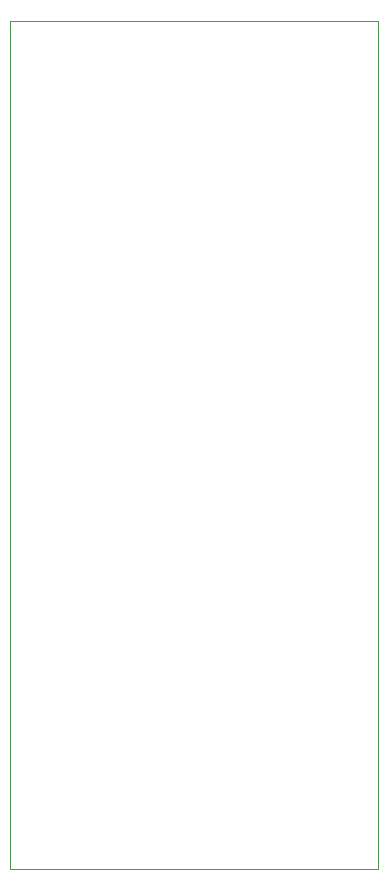
<source format=gbr>
%TF.GenerationSoftware,KiCad,Pcbnew,9.0.6*%
%TF.CreationDate,2025-11-26T06:50:30+05:30*%
%TF.ProjectId,Invis_Pad_Kicad,496e7669-735f-4506-9164-5f4b69636164,rev?*%
%TF.SameCoordinates,Original*%
%TF.FileFunction,Profile,NP*%
%FSLAX46Y46*%
G04 Gerber Fmt 4.6, Leading zero omitted, Abs format (unit mm)*
G04 Created by KiCad (PCBNEW 9.0.6) date 2025-11-26 06:50:30*
%MOMM*%
%LPD*%
G01*
G04 APERTURE LIST*
%TA.AperFunction,Profile*%
%ADD10C,0.050000*%
%TD*%
G04 APERTURE END LIST*
D10*
X164190000Y-72480000D02*
X195370000Y-72480000D01*
X195370000Y-144210000D01*
X164190000Y-144210000D01*
X164190000Y-72480000D01*
M02*

</source>
